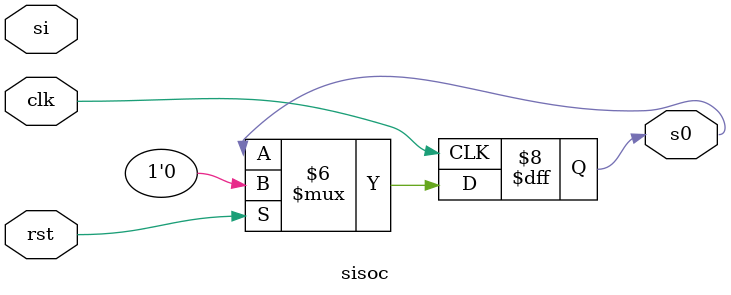
<source format=v>
module sisoc(clk, rst,si, s0);

input clk,rst,si;
output reg s0;
reg [3:0] temp;

always@(posedge clk)
begin
if(rst)
{temp,s0} <= 0;

else

temp<= ({si, temp[3:1]});

end 

endmodule
</source>
